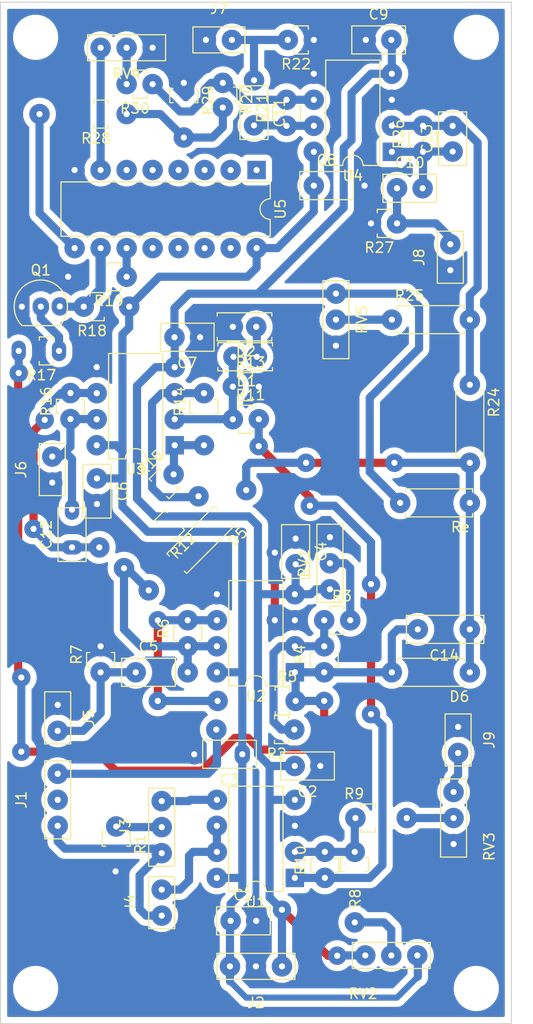
<source format=kicad_pcb>
(kicad_pcb (version 20171130) (host pcbnew "(5.1.7-0-10_14)")
  (layers (0 F.Cu signal hide) (31 B.Cu signal) (34 B.Paste user) (35 F.Paste user) (36 B.SilkS user) (37 F.SilkS user) (38 B.Mask user) (39 F.Mask user) (44 Edge.Cuts user))
  (net 0 "")
  (net 1 GND)
  (net 2 +12V)
  (net 3 -12V)
  (net 4 RAW_SAW)
  (net 5 +5V)
  (net 6 -5V)
  (net 7 COARSE)
  (net 8 "Net-(J3-Pad2)")
  (net 9 "Net-(J4-Pad1)")
  (net 10 SAW_DBL_INV)
  (net 11 OUT_SAW)
  (net 12 "Net-(R2-Pad1)")
  (net 13 "Net-(R3-Pad2)")
  (net 14 SAW_INV)
  (net 15 "Net-(R5-Pad1)")
  (net 16 "Net-(D1-Pad2)")
  (net 17 "Net-(D1-Pad1)")
  (net 18 "Net-(R8-Pad2)")
  (net 19 "Net-(R10-Pad2)")
  (net 20 "Net-(R9-Pad2)")
  (net 21 "Net-(R12-Pad1)")
  (net 22 "Net-(R14-Pad1)")
  (net 23 PWM)
  (net 24 OUT_SQR)
  (net 25 "Net-(Q1-Pad2)")
  (net 26 "Net-(Q1-Pad3)")
  (net 27 "Net-(R19-Pad1)")
  (net 28 "Net-(R20-Pad1)")
  (net 29 OUT_SUB)
  (net 30 "Net-(U5-Pad15)")
  (net 31 "Net-(U5-Pad14)")
  (net 32 "Net-(U5-Pad6)")
  (net 33 "Net-(U5-Pad13)")
  (net 34 "Net-(U5-Pad5)")
  (net 35 "Net-(U5-Pad12)")
  (net 36 "Net-(U5-Pad4)")
  (net 37 "Net-(U5-Pad3)")
  (net 38 "Net-(U5-Pad2)")
  (net 39 "Net-(U5-Pad1)")
  (net 40 "Net-(C10-Pad2)")
  (net 41 OUT_TRI)
  (net 42 "Net-(R25-Pad1)")
  (net 43 "Net-(C11-Pad2)")
  (net 44 "Net-(R20-Pad2)")
  (net 45 "Net-(R28-Pad2)")
  (net 46 "Net-(R30-Pad2)")
  (net 47 "Net-(RV4-Pad1)")
  (net 48 LFO)
  (net 49 "Net-(C12-Pad1)")
  (net 50 "Net-(C13-Pad2)")
  (net 51 "Net-(C14-Pad1)")
  (module Zimo_Manual_PCB:R_Axial_DIN0207_L6.3mm_D2.5mm_P7.62mm_Horizontal (layer F.Cu) (at 163.1188 98.9076 180)
    (fp_text reference Re (at 1.7272 -2.3622) (layer F.SilkS))
    (fp_text value 10k)
    (pad 1 thru_hole circle (at 0.8128 0 180) (size 2 2) (drill 0.6) (layers *.Cu *.Mask) (net 51 "Net-(C14-Pad1)"))
    (pad 2 thru_hole oval (at 7.62 0 180) (size 2 2) (drill 0.6) (layers *.Cu *.Mask) (net 3 -12V))
  )
  (module Zimo_Manual_PCB:R_Axial_DIN0207_L6.3mm_D2.5mm_P7.62mm_Horizontal (layer F.Cu) (at 154.686 81.026)
    (fp_text reference R25 (at 1.7272 -2.3622) (layer F.SilkS))
    (fp_text value 100k)
    (pad 1 thru_hole circle (at 0 0) (size 2 2) (drill 0.6) (layers *.Cu *.Mask) (net 42 "Net-(R25-Pad1)"))
    (pad 2 thru_hole oval (at 7.62 0) (size 2 2) (drill 0.6) (layers *.Cu *.Mask) (net 50 "Net-(C13-Pad2)"))
  )
  (module Zimo_Manual_PCB:R_Axial_DIN0207_L6.3mm_D2.5mm_P7.62mm_Horizontal (layer F.Cu) (at 162.306 87.376 270)
    (fp_text reference R24 (at 1.7272 -2.3622 90) (layer F.SilkS))
    (fp_text value 100k)
    (pad 1 thru_hole circle (at 0 0 270) (size 2 2) (drill 0.6) (layers *.Cu *.Mask) (net 50 "Net-(C13-Pad2)"))
    (pad 2 thru_hole oval (at 7.62 0 270) (size 2 2) (drill 0.6) (layers *.Cu *.Mask) (net 51 "Net-(C14-Pad1)"))
  )
  (module Zimo_Manual_PCB:D_Axial (layer F.Cu) (at 138.684 99.822 225)
    (fp_text reference D5 (at 1.016 -2.37 45) (layer F.SilkS))
    (fp_text value 1N4148)
    (pad 1 thru_hole circle (at -2.783879 0.269408 225) (size 2 2) (drill 0.6) (layers *.Cu *.Mask) (net 51 "Net-(C14-Pad1)"))
    (pad 2 thru_hole oval (at 10.86611 0.089803 225) (size 2 2) (drill 0.6) (layers *.Cu *.Mask) (net 10 SAW_DBL_INV))
  )
  (module Zimo_Manual_PCB:D_Axial (layer F.Cu) (at 162.306 115.443 180)
    (fp_text reference D6 (at 1.016 -2.37) (layer F.SilkS))
    (fp_text value 1N4148)
    (pad 1 thru_hole circle (at 0 0 180) (size 2 2) (drill 0.6) (layers *.Cu *.Mask) (net 51 "Net-(C14-Pad1)"))
    (pad 2 thru_hole oval (at 7.62 0 180) (size 2 2) (drill 0.6) (layers *.Cu *.Mask) (net 14 SAW_INV))
  )
  (module MountingHole:MountingHole_3.2mm_M3 (layer F.Cu) (at 162.941 146.304)
    (fp_text reference REF** hide)
    (fp_text value MountingHole_3.2mm_M3 hide)
    (pad 1 np_thru_hole circle (at 0 0) (size 3.2 3.2) (drill 3.2) (layers *.Cu *.Mask))
  )
  (module MountingHole:MountingHole_3.2mm_M3 (layer F.Cu) (at 119.888 146.304)
    (fp_text reference REF** hide)
    (fp_text value MountingHole_3.2mm_M3 hide)
    (pad 1 np_thru_hole circle (at 0 0) (size 3.2 3.2) (drill 3.2) (layers *.Cu *.Mask))
  )
  (module MountingHole:MountingHole_3.2mm_M3 (layer F.Cu) (at 119.888 53.467)
    (fp_text reference REF** hide)
    (fp_text value MountingHole_3.2mm_M3 hide)
    (pad 1 np_thru_hole circle (at 0 0) (size 3.2 3.2) (drill 3.2) (layers *.Cu *.Mask))
  )
  (module MountingHole:MountingHole_3.2mm_M3 (layer F.Cu) (at 162.941 53.467)
    (fp_text reference REF** hide)
    (fp_text value MountingHole_3.2mm_M3 hide)
    (pad 1 np_thru_hole circle (at 0 0) (size 3.2 3.2) (drill 3.2) (layers *.Cu *.Mask))
  )
  (module Zimo_Manual_PCB:C_Disc_D5.0mm_W2.5mm_P2.50mm (layer F.Cu) (at 138.938 139.7)
    (fp_text reference C1 (at 1.25 -2.5) (layer F.SilkS))
    (fp_text value 100n)
    (pad 1 thru_hole circle (at 0 0) (size 2 2) (drill 0.6) (layers *.Cu *.Mask) (net 2 +12V))
    (pad 2 thru_hole circle (at 2.5 0) (size 2 2) (drill 0.6) (layers *.Cu *.Mask) (net 1 GND))
  )
  (module Zimo_Manual_PCB:C_Disc_D5.0mm_W2.5mm_P2.50mm (layer F.Cu) (at 147.701 124.587 180)
    (fp_text reference C2 (at 1.25 -2.5) (layer F.SilkS))
    (fp_text value 100n)
    (pad 2 thru_hole circle (at 2.5 0 180) (size 2 2) (drill 0.6) (layers *.Cu *.Mask) (net 3 -12V))
    (pad 1 thru_hole circle (at 0 0 180) (size 2 2) (drill 0.6) (layers *.Cu *.Mask) (net 1 GND))
  )
  (module Zimo_Manual_PCB:C_Disc_D5.0mm_W2.5mm_P2.50mm (layer F.Cu) (at 140.081 123.444 180)
    (fp_text reference C3 (at 1.25 -2.5) (layer F.SilkS))
    (fp_text value 100n)
    (pad 2 thru_hole circle (at 4.699 0 180) (size 2 2) (drill 0.6) (layers *.Cu *.Mask) (net 1 GND))
    (pad 1 thru_hole oval (at 0 0 180) (size 1.5 2) (drill 0.6) (layers *.Cu *.Mask) (net 2 +12V))
  )
  (module Zimo_Manual_PCB:C_Disc_D5.0mm_W2.5mm_P2.50mm (layer F.Cu) (at 145.288 102.402 270)
    (fp_text reference C4 (at 1.25 -2.5 90) (layer F.SilkS))
    (fp_text value 100n)
    (pad 1 thru_hole circle (at 0 0 270) (size 2 2) (drill 0.6) (layers *.Cu *.Mask) (net 1 GND))
    (pad 2 thru_hole circle (at 2.5 0 270) (size 2 2) (drill 0.6) (layers *.Cu *.Mask) (net 3 -12V))
  )
  (module Zimo_Manual_PCB:C_Disc_D5.0mm_W2.5mm_P2.50mm (layer F.Cu) (at 129.667 115.443)
    (fp_text reference C5 (at 1.25 -2.5) (layer F.SilkS))
    (fp_text value 470n)
    (pad 2 thru_hole circle (at 5.08 0) (size 2 2) (drill 0.6) (layers *.Cu *.Mask) (net 10 SAW_DBL_INV))
    (pad 1 thru_hole circle (at 0 0) (size 2 2) (drill 0.6) (layers *.Cu *.Mask) (net 11 OUT_SAW))
  )
  (module Zimo_Manual_PCB:NSL25_01x03_Vertical (layer F.Cu) (at 122.047 125.349 270)
    (fp_text reference J1 (at 2.54 3.556 90) (layer F.SilkS))
    (fp_text value "In + 5VPower")
    (pad 1 thru_hole circle (at 0 0 270) (size 2 2) (drill 0.6) (layers *.Cu *.Mask) (net 4 RAW_SAW))
    (pad 2 thru_hole circle (at 2.54 0 270) (size 2 2) (drill 0.6) (layers *.Cu *.Mask) (net 5 +5V))
    (pad 3 thru_hole circle (at 5.08 0 270) (size 2 2) (drill 0.6) (layers *.Cu *.Mask) (net 6 -5V))
  )
  (module Zimo_Manual_PCB:NSL25_01x03_Vertical (layer F.Cu) (at 138.8745 144.145)
    (fp_text reference J2 (at 2.54 3.556) (layer F.SilkS))
    (fp_text value Power)
    (pad 3 thru_hole circle (at 5.08 0) (size 2 2) (drill 0.6) (layers *.Cu *.Mask) (net 3 -12V))
    (pad 2 thru_hole circle (at 2.54 0) (size 2 2) (drill 0.6) (layers *.Cu *.Mask) (net 1 GND))
    (pad 1 thru_hole circle (at 0 0) (size 2 2) (drill 0.6) (layers *.Cu *.Mask) (net 2 +12V))
  )
  (module Zimo_Manual_PCB:NSL25_01x03_Vertical (layer F.Cu) (at 132.207 128.016 270)
    (fp_text reference J3 (at 2.54 3.556 90) (layer F.SilkS))
    (fp_text value "Course Switch IO")
    (pad 1 thru_hole circle (at 0 0 270) (size 2 2) (drill 0.6) (layers *.Cu *.Mask) (net 7 COARSE))
    (pad 2 thru_hole circle (at 2.54 0 270) (size 2 2) (drill 0.6) (layers *.Cu *.Mask) (net 8 "Net-(J3-Pad2)"))
    (pad 3 thru_hole circle (at 5.08 0 270) (size 2 2) (drill 0.6) (layers *.Cu *.Mask) (net 6 -5V))
  )
  (module Zimo_Manual_PCB:NSL25_01x02_Vertical (layer F.Cu) (at 132.207 136.652 270)
    (fp_text reference J4 (at 1.27 3.048 90) (layer F.SilkS))
    (fp_text value "Coarse VCO IO")
    (pad 1 thru_hole circle (at 0 0 270) (size 2 2) (drill 0.6) (layers *.Cu *.Mask) (net 9 "Net-(J4-Pad1)"))
    (pad 2 thru_hole circle (at 2.54 0 270) (size 2 2) (drill 0.6) (layers *.Cu *.Mask) (net 6 -5V))
  )
  (module Zimo_Manual_PCB:NSL25_01x02_Vertical (layer F.Cu) (at 122.047 121.158 90)
    (fp_text reference J5 (at 1.27 3.048 90) (layer F.SilkS))
    (fp_text value "Saw Out")
    (pad 2 thru_hole circle (at 2.54 0 90) (size 2 2) (drill 0.6) (layers *.Cu *.Mask) (net 1 GND))
    (pad 1 thru_hole circle (at 0 0 90) (size 2 2) (drill 0.6) (layers *.Cu *.Mask) (net 11 OUT_SAW))
  )
  (module Zimo_Manual_PCB:R_Axial_Vertical (layer F.Cu) (at 127.762 130.4925 270)
    (fp_text reference R1 (at 1.7272 -2.3622 90) (layer F.SilkS))
    (fp_text value "1.5k (0.1%)")
    (pad 2 thru_hole oval (at 4.3815 0.0635 270) (size 2 2) (drill 0.6) (layers *.Cu *.Mask) (net 1 GND))
    (pad 1 thru_hole circle (at 0 0 270) (size 2 2) (drill 0.6) (layers *.Cu *.Mask) (net 8 "Net-(J3-Pad2)"))
  )
  (module Zimo_Manual_PCB:R_Axial_Vertical (layer F.Cu) (at 145.161 121.031 180)
    (fp_text reference R2 (at 1.7272 -2.3622) (layer F.SilkS))
    (fp_text value 10k)
    (pad 2 thru_hole oval (at 7.62 0 180) (size 2 2) (drill 0.6) (layers *.Cu *.Mask) (net 4 RAW_SAW))
    (pad 1 thru_hole circle (at 0 0 180) (size 2 2) (drill 0.6) (layers *.Cu *.Mask) (net 12 "Net-(R2-Pad1)"))
  )
  (module Zimo_Manual_PCB:R_Axial_Vertical (layer F.Cu) (at 148.082 110.363)
    (fp_text reference R3 (at 1.7272 -2.3622) (layer F.SilkS))
    (fp_text value 2.2k)
    (pad 1 thru_hole circle (at 0 0) (size 2 2) (drill 0.6) (layers *.Cu *.Mask) (net 12 "Net-(R2-Pad1)"))
    (pad 2 thru_hole oval (at 2.54 0) (size 2 2) (drill 0.6) (layers *.Cu *.Mask) (net 13 "Net-(R3-Pad2)"))
  )
  (module Zimo_Manual_PCB:R_Axial_Vertical (layer F.Cu) (at 148.082 115.443 90)
    (fp_text reference R4 (at 1.7272 -2.3622 90) (layer F.SilkS))
    (fp_text value 15k)
    (pad 2 thru_hole oval (at 2.54 0 90) (size 2 2) (drill 0.6) (layers *.Cu *.Mask) (net 12 "Net-(R2-Pad1)"))
    (pad 1 thru_hole circle (at 0 0 90) (size 2 2) (drill 0.6) (layers *.Cu *.Mask) (net 14 SAW_INV))
  )
  (module Zimo_Manual_PCB:R_Axial_Vertical (layer F.Cu) (at 142.748 118.237)
    (fp_text reference R5 (at 1.7272 -2.3622) (layer F.SilkS))
    (fp_text value 100k)
    (pad 1 thru_hole circle (at -5.08 0) (size 2 2) (drill 0.6) (layers *.Cu *.Mask) (net 15 "Net-(R5-Pad1)"))
    (pad 2 thru_hole oval (at 2.54 0) (size 2 2) (drill 0.6) (layers *.Cu *.Mask) (net 14 SAW_INV))
  )
  (module Zimo_Manual_PCB:R_Axial_Vertical (layer F.Cu) (at 134.747 112.903 90)
    (fp_text reference R6 (at 1.7272 -2.3622 90) (layer F.SilkS))
    (fp_text value 100k)
    (pad 2 thru_hole oval (at 2.54 0 90) (size 2 2) (drill 0.6) (layers *.Cu *.Mask) (net 15 "Net-(R5-Pad1)"))
    (pad 1 thru_hole circle (at 0 0 90) (size 2 2) (drill 0.6) (layers *.Cu *.Mask) (net 10 SAW_DBL_INV))
  )
  (module Zimo_Manual_PCB:R_Axial_Vertical (layer F.Cu) (at 126.238 115.443 90)
    (fp_text reference R7 (at 1.7272 -2.3622 90) (layer F.SilkS))
    (fp_text value 1M)
    (pad 1 thru_hole circle (at 0 0 90) (size 2 2) (drill 0.6) (layers *.Cu *.Mask) (net 11 OUT_SAW))
    (pad 2 thru_hole oval (at 2.54 0 90) (size 2 2) (drill 0.6) (layers *.Cu *.Mask) (net 1 GND))
  )
  (module Zimo_Manual_PCB:PinOut_01x03 (layer F.Cu) (at 148.6408 102.2604 270)
    (fp_text reference RV1 (at 2.54 2.54 90) (layer F.SilkS))
    (fp_text value 10k)
    (pad 1 thru_hole circle (at 0 0 270) (size 2 2) (drill 0.6) (layers *.Cu *.Mask) (net 1 GND))
    (pad 2 thru_hole circle (at 2.54 0 270) (size 2 2) (drill 0.6) (layers *.Cu *.Mask) (net 13 "Net-(R3-Pad2)"))
    (pad 3 thru_hole circle (at 5.08 0 270) (size 2 2) (drill 0.6) (layers *.Cu *.Mask) (net 3 -12V))
  )
  (module Zimo_Manual_PCB:DIP-8_W7.62mm (layer F.Cu) (at 145.2145 135.509 180)
    (fp_text reference U1 (at 3.81 -2.33) (layer F.SilkS))
    (fp_text value TL072)
    (pad 1 thru_hole rect (at 0 0 180) (size 1.8 1.8) (drill 0.6) (layers *.Cu *.Mask) (net 23 PWM))
    (pad 5 thru_hole oval (at 7.62 7.62 180) (size 2 2) (drill 0.6) (layers *.Cu *.Mask) (net 7 COARSE))
    (pad 2 thru_hole oval (at 0 2.54 180) (size 2 2) (drill 0.6) (layers *.Cu *.Mask) (net 19 "Net-(R10-Pad2)"))
    (pad 6 thru_hole oval (at 7.62 5.08 180) (size 2 2) (drill 0.6) (layers *.Cu *.Mask) (net 9 "Net-(J4-Pad1)"))
    (pad 3 thru_hole oval (at 0 5.08 180) (size 2 2) (drill 0.6) (layers *.Cu *.Mask) (net 1 GND))
    (pad 7 thru_hole oval (at 7.62 2.54 180) (size 2 2) (drill 0.6) (layers *.Cu *.Mask) (net 9 "Net-(J4-Pad1)"))
    (pad 4 thru_hole oval (at 0 7.62 180) (size 2 2) (drill 0.6) (layers *.Cu *.Mask) (net 3 -12V))
    (pad 8 thru_hole oval (at 7.62 0 180) (size 2 2) (drill 0.6) (layers *.Cu *.Mask) (net 2 +12V))
  )
  (module Zimo_Manual_PCB:DIP-8_W7.62mm (layer F.Cu) (at 145.2145 115.443 180)
    (fp_text reference U2 (at 3.81 -2.33) (layer F.SilkS))
    (fp_text value TL072)
    (pad 8 thru_hole oval (at 7.62 0 180) (size 2 2) (drill 0.6) (layers *.Cu *.Mask) (net 2 +12V))
    (pad 4 thru_hole oval (at 0 7.62 180) (size 2 2) (drill 0.6) (layers *.Cu *.Mask) (net 3 -12V))
    (pad 7 thru_hole oval (at 7.62 2.54 180) (size 2 2) (drill 0.6) (layers *.Cu *.Mask) (net 10 SAW_DBL_INV))
    (pad 3 thru_hole oval (at 0 5.08 180) (size 2 2) (drill 0.6) (layers *.Cu *.Mask) (net 1 GND))
    (pad 6 thru_hole oval (at 7.62 5.08 180) (size 2 2) (drill 0.6) (layers *.Cu *.Mask) (net 15 "Net-(R5-Pad1)"))
    (pad 2 thru_hole oval (at 0 2.54 180) (size 2 2) (drill 0.6) (layers *.Cu *.Mask) (net 12 "Net-(R2-Pad1)"))
    (pad 5 thru_hole oval (at 7.62 7.62 180) (size 2 2) (drill 0.6) (layers *.Cu *.Mask) (net 1 GND))
    (pad 1 thru_hole rect (at 0 0 180) (size 1.8 1.8) (drill 0.6) (layers *.Cu *.Mask) (net 14 SAW_INV))
  )
  (module Zimo_Manual_PCB:C_Disc_D5.0mm_W2.5mm_P2.50mm (layer F.Cu) (at 125.8805 96.52 270)
    (fp_text reference C6 (at 1.25 -2.5 270) (layer F.SilkS))
    (fp_text value 100n)
    (pad 2 thru_hole circle (at 2.5 0 270) (size 2 2) (drill 0.6) (layers *.Cu *.Mask) (net 1 GND))
    (pad 1 thru_hole circle (at 0 0 270) (size 2 2) (drill 0.6) (layers *.Cu *.Mask) (net 2 +12V))
  )
  (module Zimo_Manual_PCB:C_Disc_D5.0mm_W2.5mm_P2.50mm (layer F.Cu) (at 135.9535 82.7405 180)
    (fp_text reference C7 (at 1.25 -2.5) (layer F.SilkS))
    (fp_text value 100n)
    (pad 1 thru_hole circle (at 0 0 180) (size 2 2) (drill 0.6) (layers *.Cu *.Mask) (net 1 GND))
    (pad 2 thru_hole circle (at 2.5 0 180) (size 2 2) (drill 0.6) (layers *.Cu *.Mask) (net 3 -12V))
  )
  (module Zimo_Manual_PCB:D_Axial-Vertical (layer F.Cu) (at 141.5034 84.6455 180)
    (fp_text reference D1 (at 1.016 -2.37) (layer F.SilkS))
    (fp_text value 4.7V)
    (pad 2 thru_hole oval (at 2.286 0 180) (size 2 2) (drill 0.6) (layers *.Cu *.Mask) (net 16 "Net-(D1-Pad2)"))
    (pad 1 thru_hole circle (at 0 0 180) (size 2 2) (drill 0.6) (layers *.Cu *.Mask) (net 17 "Net-(D1-Pad1)"))
  )
  (module Zimo_Manual_PCB:D_Axial-Vertical (layer F.Cu) (at 141.4399 81.7245 180)
    (fp_text reference D2 (at 1.016 -2.37) (layer F.SilkS))
    (fp_text value 5.1V)
    (pad 1 thru_hole circle (at 0 0 180) (size 2 2) (drill 0.6) (layers *.Cu *.Mask) (net 17 "Net-(D1-Pad1)"))
    (pad 2 thru_hole oval (at 2.286 0 180) (size 2 2) (drill 0.6) (layers *.Cu *.Mask) (net 1 GND))
  )
  (module Zimo_Manual_PCB:R_Axial_Vertical (layer F.Cu) (at 139.1539 90.7415)
    (fp_text reference R11 (at 1.7272 -2.3622) (layer F.SilkS))
    (fp_text value 47k)
    (pad 1 thru_hole circle (at 0 0) (size 2 2) (drill 0.6) (layers *.Cu *.Mask) (net 16 "Net-(D1-Pad2)"))
    (pad 2 thru_hole oval (at 2.54 0) (size 2 2) (drill 0.6) (layers *.Cu *.Mask) (net 23 PWM))
  )
  (module Zimo_Manual_PCB:R_Axial_Vertical (layer F.Cu) (at 133.858 100.203 225)
    (fp_text reference R12 (at 1.7272 -2.3622 45) (layer F.SilkS))
    (fp_text value 2.2k)
    (pad 1 thru_hole circle (at -2.7432 0 225) (size 2 2) (drill 0.6) (layers *.Cu *.Mask) (net 21 "Net-(R12-Pad1)"))
    (pad 2 thru_hole oval (at 7.36381 0.179605 225) (size 2 2) (drill 0.6) (layers *.Cu *.Mask) (net 10 SAW_DBL_INV))
  )
  (module Zimo_Manual_PCB:R_Axial_Vertical (layer F.Cu) (at 139.1539 87.5665)
    (fp_text reference R13 (at 1.7272 -2.3622) (layer F.SilkS))
    (fp_text value 220k)
    (pad 2 thru_hole oval (at 2.54 0) (size 2 2) (drill 0.6) (layers *.Cu *.Mask) (net 1 GND))
    (pad 1 thru_hole circle (at 0 0) (size 2 2) (drill 0.6) (layers *.Cu *.Mask) (net 16 "Net-(D1-Pad2)"))
  )
  (module Zimo_Manual_PCB:R_Axial_Vertical (layer F.Cu) (at 136.3345 90.7415 90)
    (fp_text reference R14 (at 1.7272 -2.3622 90) (layer F.SilkS))
    (fp_text value 2.2M)
    (pad 2 thru_hole oval (at 2.54 0 90) (size 2 2) (drill 0.6) (layers *.Cu *.Mask) (net 21 "Net-(R12-Pad1)"))
    (pad 1 thru_hole circle (at -2.54 0 90) (size 2 2) (drill 0.6) (layers *.Cu *.Mask) (net 22 "Net-(R14-Pad1)"))
  )
  (module Zimo_Manual_PCB:R_Axial_Vertical (layer F.Cu) (at 131.572 97.917 45)
    (fp_text reference R15 (at 1.7272 -2.3622 45) (layer F.SilkS))
    (fp_text value 240k)
    (pad 1 thru_hole circle (at -7.633218 -0.089803 45) (size 2 2) (drill 0.6) (layers *.Cu *.Mask) (net 49 "Net-(C12-Pad1)"))
    (pad 2 thru_hole oval (at 2.54 0 45) (size 2 2) (drill 0.6) (layers *.Cu *.Mask) (net 22 "Net-(R14-Pad1)"))
  )
  (module Zimo_Manual_PCB:R_Axial_Vertical (layer F.Cu) (at 123.2916 90.7288 90)
    (fp_text reference R16 (at 1.7272 -2.3622 90) (layer F.SilkS))
    (fp_text value 100k)
    (pad 2 thru_hole oval (at 2.54 0 90) (size 2 2) (drill 0.6) (layers *.Cu *.Mask) (net 49 "Net-(C12-Pad1)"))
    (pad 1 thru_hole circle (at 0 0 90) (size 2 2) (drill 0.6) (layers *.Cu *.Mask) (net 24 OUT_SQR))
  )
  (module Zimo_Manual_PCB:R_Axial_Vertical (layer F.Cu) (at 151.0665 132.969 270)
    (fp_text reference R8 (at 4.572 -0.0635 90) (layer F.SilkS))
    (fp_text value 150k)
    (pad 2 thru_hole oval (at 6.8834 0 270) (size 2 2) (drill 0.6) (layers *.Cu *.Mask) (net 18 "Net-(R8-Pad2)"))
    (pad 1 thru_hole circle (at 0 0 270) (size 2 2) (drill 0.6) (layers *.Cu *.Mask) (net 19 "Net-(R10-Pad2)"))
  )
  (module Zimo_Manual_PCB:R_Axial_Vertical (layer F.Cu) (at 151.13 129.667)
    (fp_text reference R9 (at -0.127 -2.3622) (layer F.SilkS))
    (fp_text value 47k)
    (pad 1 thru_hole circle (at 0 0) (size 2 2) (drill 0.6) (layers *.Cu *.Mask) (net 19 "Net-(R10-Pad2)"))
    (pad 2 thru_hole oval (at 5.0165 0) (size 2 2) (drill 0.6) (layers *.Cu *.Mask) (net 20 "Net-(R9-Pad2)"))
  )
  (module Zimo_Manual_PCB:R_Axial_Vertical (layer F.Cu) (at 148.1455 135.509 90)
    (fp_text reference R10 (at 1.7272 -2.3622 90) (layer F.SilkS))
    (fp_text value 100k)
    (pad 2 thru_hole oval (at 2.54 0 90) (size 2 2) (drill 0.6) (layers *.Cu *.Mask) (net 19 "Net-(R10-Pad2)"))
    (pad 1 thru_hole circle (at 0 0 90) (size 2 2) (drill 0.6) (layers *.Cu *.Mask) (net 23 PWM))
  )
  (module Zimo_Manual_PCB:NSL25_01x03_Vertical (layer F.Cu) (at 157.1752 143.0782 180)
    (fp_text reference RV2 (at 5.2832 -3.7338) (layer F.SilkS))
    (fp_text value 100k)
    (pad 3 thru_hole circle (at 5.08 0 180) (size 2 2) (drill 0.6) (layers *.Cu *.Mask) (net 3 -12V))
    (pad 2 thru_hole circle (at 2.54 0 180) (size 2 2) (drill 0.6) (layers *.Cu *.Mask) (net 18 "Net-(R8-Pad2)"))
    (pad 1 thru_hole circle (at 0 0 180) (size 2 2) (drill 0.6) (layers *.Cu *.Mask) (net 2 +12V))
  )
  (module Zimo_Manual_PCB:NSL25_01x03_Vertical (layer F.Cu) (at 160.7185 127.127 270)
    (fp_text reference RV3 (at 5.334 -3.4925 90) (layer F.SilkS))
    (fp_text value 100k)
    (pad 1 thru_hole circle (at 0 0 270) (size 2 2) (drill 0.6) (layers *.Cu *.Mask) (net 48 LFO))
    (pad 2 thru_hole circle (at 2.54 0 270) (size 2 2) (drill 0.6) (layers *.Cu *.Mask) (net 20 "Net-(R9-Pad2)"))
    (pad 3 thru_hole circle (at 5.08 0 270) (size 2 2) (drill 0.6) (layers *.Cu *.Mask) (net 1 GND))
  )
  (module Zimo_Manual_PCB:DIP-8_W7.62mm (layer F.Cu) (at 133.477 93.2815 180)
    (fp_text reference U3 (at 3.81 -2.33) (layer F.SilkS))
    (fp_text value TL072)
    (pad 8 thru_hole oval (at 7.62 0 180) (size 2 2) (drill 0.6) (layers *.Cu *.Mask) (net 2 +12V))
    (pad 4 thru_hole oval (at 0 7.62 180) (size 2 2) (drill 0.6) (layers *.Cu *.Mask) (net 3 -12V))
    (pad 7 thru_hole oval (at 7.62 2.54 180) (size 2 2) (drill 0.6) (layers *.Cu *.Mask) (net 24 OUT_SQR))
    (pad 3 thru_hole oval (at 0 5.08 180) (size 2 2) (drill 0.6) (layers *.Cu *.Mask) (net 21 "Net-(R12-Pad1)"))
    (pad 6 thru_hole oval (at 7.62 5.08 180) (size 2 2) (drill 0.6) (layers *.Cu *.Mask) (net 49 "Net-(C12-Pad1)"))
    (pad 2 thru_hole oval (at 0 2.54 180) (size 2 2) (drill 0.6) (layers *.Cu *.Mask) (net 16 "Net-(D1-Pad2)"))
    (pad 5 thru_hole oval (at 7.62 7.62 180) (size 2 2) (drill 0.6) (layers *.Cu *.Mask) (net 1 GND))
    (pad 1 thru_hole rect (at 0 0 180) (size 1.8 1.8) (drill 0.6) (layers *.Cu *.Mask) (net 22 "Net-(R14-Pad1)"))
  )
  (module Zimo_Manual_PCB:NSL25_01x02_Vertical (layer F.Cu) (at 121.5136 94.3864 270)
    (fp_text reference J6 (at 1.27 3.048 90) (layer F.SilkS))
    (fp_text value "Sqr Out")
    (pad 1 thru_hole circle (at 0 0 270) (size 2 2) (drill 0.6) (layers *.Cu *.Mask) (net 24 OUT_SQR))
    (pad 2 thru_hole circle (at 2.54 0 270) (size 2 2) (drill 0.6) (layers *.Cu *.Mask) (net 1 GND))
  )
  (module Zimo_Manual_PCB:C_Disc_D5.0mm_W2.5mm_P2.50mm (layer F.Cu) (at 147.066 67.945)
    (fp_text reference C8 (at 1.25 -2.5) (layer F.SilkS))
    (fp_text value 100n)
    (pad 2 thru_hole circle (at 4.953 0) (size 2 2) (drill 0.6) (layers *.Cu *.Mask) (net 1 GND))
    (pad 1 thru_hole circle (at 0 0) (size 2 2) (drill 0.6) (layers *.Cu *.Mask) (net 2 +12V))
  )
  (module Zimo_Manual_PCB:C_Disc_D5.0mm_W2.5mm_P2.50mm (layer F.Cu) (at 152.146 53.721)
    (fp_text reference C9 (at 1.25 -2.5) (layer F.SilkS))
    (fp_text value 100n)
    (pad 1 thru_hole circle (at 0 0) (size 2 2) (drill 0.6) (layers *.Cu *.Mask) (net 1 GND))
    (pad 2 thru_hole circle (at 2.5 0) (size 2 2) (drill 0.6) (layers *.Cu *.Mask) (net 3 -12V))
  )
  (module Zimo_Manual_PCB:R_Axial_Vertical (layer F.Cu) (at 122.174 84.074 180)
    (fp_text reference R17 (at 1.7272 -2.3622) (layer F.SilkS))
    (fp_text value 220k)
    (pad 2 thru_hole oval (at 3.937 0 180) (size 1.4 2) (drill 0.6) (layers *.Cu *.Mask) (net 14 SAW_INV))
    (pad 1 thru_hole oval (at 0 0 180) (size 1.4 2) (drill 0.6) (layers *.Cu *.Mask) (net 25 "Net-(Q1-Pad2)"))
  )
  (module Zimo_Manual_PCB:R_Axial_Vertical (layer F.Cu) (at 127.127 79.756 180)
    (fp_text reference R18 (at 1.7272 -2.3622) (layer F.SilkS))
    (fp_text value 47k)
    (pad 1 thru_hole circle (at -1.905 0 180) (size 2 2) (drill 0.6) (layers *.Cu *.Mask) (net 2 +12V))
    (pad 2 thru_hole oval (at 2.54 0 180) (size 2 2) (drill 0.6) (layers *.Cu *.Mask) (net 26 "Net-(Q1-Pad3)"))
  )
  (module Zimo_Manual_PCB:R_Axial_Vertical (layer F.Cu) (at 128.778 76.835 180)
    (fp_text reference R19 (at 1.7272 -2.3622) (layer F.SilkS))
    (fp_text value 47k)
    (pad 1 thru_hole circle (at 0 0 180) (size 2 2) (drill 0.6) (layers *.Cu *.Mask) (net 27 "Net-(R19-Pad1)"))
    (pad 2 thru_hole oval (at 5.715 0 180) (size 2 2) (drill 0.6) (layers *.Cu *.Mask) (net 1 GND))
  )
  (module Zimo_Manual_PCB:R_Axial_Vertical (layer F.Cu) (at 138.176 57.785 270)
    (fp_text reference R20 (at 1.7272 -2.3622 90) (layer F.SilkS))
    (fp_text value 100k)
    (pad 1 thru_hole circle (at 0.127 0 270) (size 2 2) (drill 0.6) (layers *.Cu *.Mask) (net 28 "Net-(R20-Pad1)"))
    (pad 2 thru_hole oval (at 2.54 0 270) (size 2 2) (drill 0.6) (layers *.Cu *.Mask) (net 44 "Net-(R20-Pad2)"))
  )
  (module Zimo_Manual_PCB:R_Axial_Vertical (layer F.Cu) (at 144.399 62.103 90)
    (fp_text reference R21 (at 1.7272 -2.3622 90) (layer F.SilkS))
    (fp_text value 100k)
    (pad 2 thru_hole oval (at 2.54 0 90) (size 2 2) (drill 0.6) (layers *.Cu *.Mask) (net 28 "Net-(R20-Pad1)"))
    (pad 1 thru_hole circle (at 0 0 90) (size 2 2) (drill 0.6) (layers *.Cu *.Mask) (net 43 "Net-(C11-Pad2)"))
  )
  (module Zimo_Manual_PCB:R_Axial_Vertical (layer F.Cu) (at 147.066 53.721 180)
    (fp_text reference R22 (at 1.7272 -2.3622) (layer F.SilkS))
    (fp_text value 1M)
    (pad 2 thru_hole oval (at 2.54 0 180) (size 2 2) (drill 0.6) (layers *.Cu *.Mask) (net 29 OUT_SUB))
    (pad 1 thru_hole circle (at 0 0 180) (size 2 2) (drill 0.6) (layers *.Cu *.Mask) (net 1 GND))
  )
  (module Zimo_Manual_PCB:DIP-8_W7.62mm (layer F.Cu) (at 154.686 64.643 180)
    (fp_text reference U4 (at 3.81 -2.33) (layer F.SilkS))
    (fp_text value TL072)
    (pad 8 thru_hole oval (at 7.62 0 180) (size 2 2) (drill 0.6) (layers *.Cu *.Mask) (net 2 +12V))
    (pad 4 thru_hole oval (at 0 7.62 180) (size 2 2) (drill 0.6) (layers *.Cu *.Mask) (net 3 -12V))
    (pad 7 thru_hole oval (at 7.62 2.54 180) (size 2 2) (drill 0.6) (layers *.Cu *.Mask) (net 43 "Net-(C11-Pad2)"))
    (pad 3 thru_hole oval (at 0 5.08 180) (size 2 2) (drill 0.6) (layers *.Cu *.Mask) (net 1 GND))
    (pad 6 thru_hole oval (at 7.62 5.08 180) (size 2 2) (drill 0.6) (layers *.Cu *.Mask) (net 28 "Net-(R20-Pad1)"))
    (pad 2 thru_hole oval (at 0 2.54 180) (size 2 2) (drill 0.6) (layers *.Cu *.Mask) (net 50 "Net-(C13-Pad2)"))
    (pad 5 thru_hole oval (at 7.62 7.62 180) (size 2 2) (drill 0.6) (layers *.Cu *.Mask) (net 1 GND))
    (pad 1 thru_hole rect (at 0 0 180) (size 1.8 1.8) (drill 0.6) (layers *.Cu *.Mask) (net 40 "Net-(C10-Pad2)"))
  )
  (module Zimo_Manual_PCB:DIP-16_W7.62mm (layer F.Cu) (at 141.478 66.421 270)
    (fp_text reference U5 (at 3.81 -2.33 90) (layer F.SilkS))
    (fp_text value 4040)
    (pad 16 thru_hole oval (at 7.62 0 270) (size 2 2) (drill 0.6) (layers *.Cu *.Mask) (net 2 +12V))
    (pad 8 thru_hole oval (at 0 17.78 270) (size 2 2) (drill 0.6) (layers *.Cu *.Mask) (net 1 GND))
    (pad 15 thru_hole oval (at 7.62 2.54 270) (size 2 2) (drill 0.6) (layers *.Cu *.Mask) (net 30 "Net-(U5-Pad15)"))
    (pad 7 thru_hole oval (at 0 15.24 270) (size 2 2) (drill 0.6) (layers *.Cu *.Mask) (net 47 "Net-(RV4-Pad1)"))
    (pad 14 thru_hole oval (at 7.62 5.08 270) (size 2 2) (drill 0.6) (layers *.Cu *.Mask) (net 31 "Net-(U5-Pad14)"))
    (pad 6 thru_hole oval (at 0 12.7 270) (size 2 2) (drill 0.6) (layers *.Cu *.Mask) (net 32 "Net-(U5-Pad6)"))
    (pad 13 thru_hole oval (at 7.62 7.62 270) (size 2 2) (drill 0.6) (layers *.Cu *.Mask) (net 33 "Net-(U5-Pad13)"))
    (pad 5 thru_hole oval (at 0 10.16 270) (size 2 2) (drill 0.6) (layers *.Cu *.Mask) (net 34 "Net-(U5-Pad5)"))
    (pad 12 thru_hole oval (at 7.62 10.16 270) (size 2 2) (drill 0.6) (layers *.Cu *.Mask) (net 35 "Net-(U5-Pad12)"))
    (pad 4 thru_hole oval (at 0 7.62 270) (size 2 2) (drill 0.6) (layers *.Cu *.Mask) (net 36 "Net-(U5-Pad4)"))
    (pad 11 thru_hole oval (at 7.62 12.7 270) (size 2 2) (drill 0.6) (layers *.Cu *.Mask) (net 27 "Net-(R19-Pad1)"))
    (pad 3 thru_hole oval (at 0 5.08 270) (size 2 2) (drill 0.6) (layers *.Cu *.Mask) (net 37 "Net-(U5-Pad3)"))
    (pad 10 thru_hole oval (at 7.62 15.24 270) (size 2 2) (drill 0.6) (layers *.Cu *.Mask) (net 26 "Net-(Q1-Pad3)"))
    (pad 2 thru_hole oval (at 0 2.54 270) (size 2 2) (drill 0.6) (layers *.Cu *.Mask) (net 38 "Net-(U5-Pad2)"))
    (pad 9 thru_hole oval (at 7.62 17.78 270) (size 2 2) (drill 0.6) (layers *.Cu *.Mask) (net 45 "Net-(R28-Pad2)"))
    (pad 1 thru_hole rect (at 0 0 270) (size 1.8 1.8) (drill 0.6) (layers *.Cu *.Mask) (net 39 "Net-(U5-Pad1)"))
  )
  (module Zimo_Manual_PCB:NSL25_01x02_Vertical (layer F.Cu) (at 139.065 53.721 180)
    (fp_text reference J7 (at 1.27 3.048) (layer F.SilkS))
    (fp_text value "Sub Out")
    (pad 1 thru_hole circle (at 0 0 180) (size 2 2) (drill 0.6) (layers *.Cu *.Mask) (net 29 OUT_SUB))
    (pad 2 thru_hole circle (at 2.54 0 180) (size 2 2) (drill 0.6) (layers *.Cu *.Mask) (net 1 GND))
  )
  (module Zimo_Manual_PCB:PinOut_01x03 (layer F.Cu) (at 126.238 54.483)
    (fp_text reference RV4 (at 2.54 2.54) (layer F.SilkS))
    (fp_text value 100k)
    (pad 1 thru_hole circle (at 0 0) (size 2 2) (drill 0.6) (layers *.Cu *.Mask) (net 47 "Net-(RV4-Pad1)"))
    (pad 2 thru_hole circle (at 2.54 0) (size 2 2) (drill 0.6) (layers *.Cu *.Mask) (net 46 "Net-(R30-Pad2)"))
    (pad 3 thru_hole circle (at 5.08 0) (size 2 2) (drill 0.6) (layers *.Cu *.Mask) (net 1 GND))
  )
  (module Zimo_Manual_PCB:C_Disc_D5.0mm_W2.5mm_P2.50mm (layer F.Cu) (at 155.194 68.199)
    (fp_text reference C10 (at 1.25 -2.5) (layer F.SilkS))
    (fp_text value 470n)
    (pad 2 thru_hole circle (at 2.5 0) (size 2 2) (drill 0.6) (layers *.Cu *.Mask) (net 40 "Net-(C10-Pad2)"))
    (pad 1 thru_hole circle (at 0 0) (size 2 2) (drill 0.6) (layers *.Cu *.Mask) (net 41 OUT_TRI))
  )
  (module Zimo_Manual_PCB:NSL25_01x02_Vertical (layer F.Cu) (at 160.401 73.66 270)
    (fp_text reference J8 (at 1.27 3.048 90) (layer F.SilkS))
    (fp_text value "Tri Out")
    (pad 1 thru_hole circle (at 0 0 270) (size 2 2) (drill 0.6) (layers *.Cu *.Mask) (net 41 OUT_TRI))
    (pad 2 thru_hole circle (at 2.54 0 270) (size 2 2) (drill 0.6) (layers *.Cu *.Mask) (net 1 GND))
  )
  (module Zimo_Manual_PCB:R_Axial_Vertical (layer F.Cu) (at 157.734 64.643 90)
    (fp_text reference R26 (at 1.7272 -2.3622 90) (layer F.SilkS))
    (fp_text value 220k)
    (pad 1 thru_hole circle (at 0 0 90) (size 2 2) (drill 0.6) (layers *.Cu *.Mask) (net 40 "Net-(C10-Pad2)"))
    (pad 2 thru_hole oval (at 2.54 0 90) (size 2 2) (drill 0.6) (layers *.Cu *.Mask) (net 50 "Net-(C13-Pad2)"))
  )
  (module Zimo_Manual_PCB:R_Axial_Vertical (layer F.Cu) (at 155.194 71.628 180)
    (fp_text reference R27 (at 1.7272 -2.3622) (layer F.SilkS))
    (fp_text value 1M)
    (pad 2 thru_hole oval (at 2.54 0 180) (size 2 2) (drill 0.6) (layers *.Cu *.Mask) (net 1 GND))
    (pad 1 thru_hole circle (at 0 0 180) (size 2 2) (drill 0.6) (layers *.Cu *.Mask) (net 41 OUT_TRI))
  )
  (module Zimo_Manual_PCB:PinOut_01x03 (layer F.Cu) (at 149.225 83.566 90)
    (fp_text reference RV5 (at 2.54 2.54 90) (layer F.SilkS))
    (fp_text value 100k)
    (pad 1 thru_hole circle (at 0 0 90) (size 2 2) (drill 0.6) (layers *.Cu *.Mask) (net 1 GND))
    (pad 2 thru_hole circle (at 2.54 0 90) (size 2 2) (drill 0.6) (layers *.Cu *.Mask) (net 42 "Net-(R25-Pad1)"))
    (pad 3 thru_hole circle (at 5.08 0 90) (size 2 2) (drill 0.6) (layers *.Cu *.Mask) (net 3 -12V))
  )
  (module Zimo_Manual_PCB:C_Disc_D5.0mm_W2.5mm_P2.50mm (layer F.Cu) (at 141.224 59.563 270)
    (fp_text reference C11 (at 1.25 -2.5 90) (layer F.SilkS))
    (fp_text value 470n)
    (pad 2 thru_hole circle (at 2.5 0 270) (size 2 2) (drill 0.6) (layers *.Cu *.Mask) (net 43 "Net-(C11-Pad2)"))
    (pad 1 thru_hole circle (at -1.905 0 270) (size 2 2) (drill 0.6) (layers *.Cu *.Mask) (net 29 OUT_SUB))
  )
  (module Zimo_Manual_PCB:R_Axial_Vertical (layer F.Cu) (at 127.508 60.96 180)
    (fp_text reference R28 (at 1.7272 -2.3622) (layer F.SilkS))
    (fp_text value 47k)
    (pad 1 thru_hole circle (at -1.27 0 180) (size 2 2) (drill 0.6) (layers *.Cu *.Mask) (net 44 "Net-(R20-Pad2)"))
    (pad 2 thru_hole oval (at 7.239 0 180) (size 2 2) (drill 0.6) (layers *.Cu *.Mask) (net 45 "Net-(R28-Pad2)"))
  )
  (module Zimo_Manual_PCB:R_Axial_Vertical (layer F.Cu) (at 134.366 57.912 270)
    (fp_text reference R29 (at 1.7272 -2.3622 90) (layer F.SilkS))
    (fp_text value 47k)
    (pad 2 thru_hole oval (at 5.334 0 270) (size 2 2) (drill 0.6) (layers *.Cu *.Mask) (net 44 "Net-(R20-Pad2)"))
    (pad 1 thru_hole circle (at 0 0 270) (size 2 2) (drill 0.6) (layers *.Cu *.Mask) (net 1 GND))
  )
  (module Zimo_Manual_PCB:R_Axial_Vertical (layer F.Cu) (at 131.318 58.039 180)
    (fp_text reference R30 (at 1.7272 -2.3622) (layer F.SilkS))
    (fp_text value 100k)
    (pad 2 thru_hole oval (at 2.54 0 180) (size 2 2) (drill 0.6) (layers *.Cu *.Mask) (net 46 "Net-(R30-Pad2)"))
    (pad 1 thru_hole circle (at 0 0 180) (size 2 2) (drill 0.6) (layers *.Cu *.Mask) (net 28 "Net-(R20-Pad1)"))
  )
  (module Zimo_Manual_PCB:NSL25_01x02_Vertical (layer F.Cu) (at 161.163 123.317 90)
    (fp_text reference J9 (at 1.27 3.048 90) (layer F.SilkS))
    (fp_text value "LFO input")
    (pad 1 thru_hole circle (at 0 0 90) (size 2 2) (drill 0.6) (layers *.Cu *.Mask) (net 48 LFO))
    (pad 2 thru_hole circle (at 2.54 0 90) (size 2 2) (drill 0.6) (layers *.Cu *.Mask) (net 1 GND))
  )
  (module Zimo_Manual_PCB:TO-92_Inline (layer F.Cu) (at 119.126 79.756)
    (fp_text reference Q1 (at 1.27 -3.56) (layer F.SilkS))
    (fp_text value 2N3904)
    (pad 2 thru_hole oval (at 1.27 0) (size 1.6 1.8) (drill 0.6) (layers *.Cu *.Mask) (net 25 "Net-(Q1-Pad2)"))
    (pad 3 thru_hole oval (at 3.1242 -0.0254) (size 1.6 1.8) (drill 0.6) (layers *.Cu *.Mask) (net 26 "Net-(Q1-Pad3)"))
    (pad 1 thru_hole rect (at -0.5842 0) (size 1.5 1.8) (drill 0.6) (layers *.Cu *.Mask) (net 1 GND))
  )
  (module Zimo_Manual_PCB:C_Disc_D5.0mm_W2.5mm_P2.50mm (layer F.Cu) (at 123.444 103.251 90)
    (fp_text reference C12 (at 1.25 -2.5 90) (layer F.SilkS))
    (fp_text value 22p)
    (pad 2 thru_hole oval (at 3.683 0 90) (size 2 1.4) (drill 0.6) (layers *.Cu *.Mask) (net 24 OUT_SQR))
    (pad 1 thru_hole oval (at 0 0 90) (size 1.4 2) (drill 0.6) (layers *.Cu *.Mask) (net 49 "Net-(C12-Pad1)"))
  )
  (module Zimo_Manual_PCB:C_Disc_D5.0mm_W2.5mm_P2.50mm (layer F.Cu) (at 160.6296 64.6176 90)
    (fp_text reference C13 (at 1.25 -2.5 90) (layer F.SilkS))
    (fp_text value 22p)
    (pad 2 thru_hole circle (at 2.5 0 90) (size 2 2) (drill 0.6) (layers *.Cu *.Mask) (net 50 "Net-(C13-Pad2)"))
    (pad 1 thru_hole circle (at 0 0 90) (size 2 2) (drill 0.6) (layers *.Cu *.Mask) (net 40 "Net-(C10-Pad2)"))
  )
  (module Zimo_Manual_PCB:C_Foil_P5.48mm (layer F.Cu) (at 162.306 111.252 180)
    (fp_text reference C14 (at 2.5 -2.54) (layer F.SilkS))
    (fp_text value "2.2n foil")
    (pad 2 thru_hole circle (at 5.08 0 180) (size 2 2) (drill 0.6) (layers *.Cu *.Mask) (net 14 SAW_INV))
    (pad 1 thru_hole circle (at 0 0 180) (size 2 2) (drill 0.6) (layers *.Cu *.Mask) (net 51 "Net-(C14-Pad1)"))
  )
  (gr_line (start 116.459 149.733) (end 116.459 50.038) (layer Edge.Cuts) (width 0.1))
  (gr_line (start 166.37 149.733) (end 116.459 149.733) (layer Edge.Cuts) (width 0.1))
  (gr_line (start 166.37 50.038) (end 166.37 149.733) (layer Edge.Cuts) (width 0.1))
  (gr_line (start 116.459 50.038) (end 166.37 50.038) (layer Edge.Cuts) (width 0.1))
  (via (at 143.256 110.363) (size 1.6) (drill 0.6) (layers F.Cu B.Cu) (net 1))
  (segment (start 145.2145 110.363) (end 143.256 110.363) (width 0.8) (layer B.Cu) (net 1))
  (segment (start 143.256 110.363) (end 143.256 104.14) (width 0.8) (layer F.Cu) (net 1))
  (via (at 143.256 103.759) (size 1.6) (drill 0.6) (layers F.Cu B.Cu) (net 1))
  (segment (start 143.256 104.14) (end 143.256 103.759) (width 0.8) (layer F.Cu) (net 1))
  (segment (start 138.8745 139.7635) (end 138.938 139.7) (width 0.8) (layer B.Cu) (net 2))
  (segment (start 138.8745 144.145) (end 138.8745 139.7635) (width 0.8) (layer B.Cu) (net 2))
  (segment (start 138.938 139.7) (end 138.938 138.049) (width 0.8) (layer B.Cu) (net 2))
  (segment (start 138.938 138.049) (end 140.081 136.906) (width 0.8) (layer B.Cu) (net 2))
  (segment (start 139.827 135.509) (end 140.081 135.255) (width 0.8) (layer B.Cu) (net 2))
  (segment (start 137.5945 135.509) (end 139.827 135.509) (width 0.8) (layer B.Cu) (net 2))
  (segment (start 140.081 136.906) (end 140.081 135.255) (width 0.8) (layer B.Cu) (net 2))
  (segment (start 140.081 115.443) (end 137.5945 115.443) (width 0.8) (layer B.Cu) (net 2))
  (segment (start 140.081 135.255) (end 140.081 115.443) (width 0.8) (layer B.Cu) (net 2))
  (segment (start 127.7747 93.2815) (end 125.857 93.2815) (width 0.8) (layer B.Cu) (net 2))
  (segment (start 128.3716 93.8784) (end 127.7747 93.2815) (width 0.8) (layer B.Cu) (net 2))
  (segment (start 125.8805 96.52) (end 128.2192 96.52) (width 0.8) (layer B.Cu) (net 2))
  (segment (start 128.3716 96.3676) (end 128.3716 93.8784) (width 0.8) (layer B.Cu) (net 2))
  (segment (start 128.2192 96.52) (end 128.3716 96.3676) (width 0.8) (layer B.Cu) (net 2))
  (segment (start 128.3716 93.8784) (end 128.3716 82.4484) (width 0.8) (layer B.Cu) (net 2))
  (segment (start 129.032 81.788) (end 129.032 79.756) (width 0.8) (layer B.Cu) (net 2))
  (segment (start 128.3716 82.4484) (end 129.032 81.788) (width 0.8) (layer B.Cu) (net 2))
  (segment (start 147.066 67.945) (end 147.066 64.643) (width 0.8) (layer B.Cu) (net 2))
  (segment (start 141.478 75.946) (end 141.478 74.041) (width 0.8) (layer B.Cu) (net 2))
  (segment (start 131.953 76.835) (end 140.589 76.835) (width 0.8) (layer B.Cu) (net 2))
  (segment (start 140.589 76.835) (end 141.478 75.946) (width 0.8) (layer B.Cu) (net 2))
  (segment (start 129.032 79.756) (end 131.953 76.835) (width 0.8) (layer B.Cu) (net 2))
  (segment (start 141.478 74.041) (end 143.51 74.041) (width 0.8) (layer B.Cu) (net 2))
  (segment (start 147.066 70.485) (end 147.066 67.945) (width 0.8) (layer B.Cu) (net 2))
  (segment (start 143.51 74.041) (end 147.066 70.485) (width 0.8) (layer B.Cu) (net 2))
  (segment (start 128.3716 99.2632) (end 128.3716 96.3676) (width 0.8) (layer B.Cu) (net 2))
  (segment (start 130.8354 101.727) (end 128.3716 99.2632) (width 0.8) (layer B.Cu) (net 2))
  (segment (start 140.081 101.727) (end 130.8354 101.727) (width 0.8) (layer B.Cu) (net 2))
  (segment (start 140.081 115.443) (end 140.081 101.727) (width 0.8) (layer B.Cu) (net 2))
  (segment (start 157.226 145.161) (end 157.226 143.129) (width 0.8) (layer B.Cu) (net 2))
  (segment (start 157.226 143.129) (end 157.1752 143.0782) (width 0.8) (layer B.Cu) (net 2))
  (segment (start 155.194 147.193) (end 157.226 145.161) (width 0.6) (layer B.Cu) (net 2))
  (segment (start 140.462 147.193) (end 155.194 147.193) (width 0.6) (layer B.Cu) (net 2))
  (segment (start 138.8745 145.6055) (end 140.462 147.193) (width 0.6) (layer B.Cu) (net 2))
  (segment (start 138.8745 144.145) (end 138.8745 145.6055) (width 0.8) (layer B.Cu) (net 2))
  (segment (start 143.9545 138.6205) (end 142.748 137.414) (width 0.8) (layer B.Cu) (net 3))
  (segment (start 142.748 137.414) (end 142.748 128.143) (width 0.8) (layer B.Cu) (net 3))
  (segment (start 143.002 127.889) (end 142.748 128.143) (width 0.8) (layer B.Cu) (net 3))
  (segment (start 145.2145 127.889) (end 143.002 127.889) (width 0.8) (layer B.Cu) (net 3))
  (segment (start 145.201 124.587) (end 142.748 124.587) (width 0.8) (layer B.Cu) (net 3))
  (segment (start 142.748 128.143) (end 142.748 124.587) (width 0.8) (layer B.Cu) (net 3))
  (segment (start 141.605 107.823) (end 145.2145 107.823) (width 0.8) (layer B.Cu) (net 3))
  (segment (start 141.605 123.444) (end 141.605 107.823) (width 0.8) (layer B.Cu) (net 3))
  (segment (start 142.748 124.587) (end 141.605 123.444) (width 0.8) (layer B.Cu) (net 3))
  (segment (start 145.288 107.7495) (end 145.2145 107.823) (width 0.8) (layer B.Cu) (net 3))
  (segment (start 145.288 104.902) (end 145.288 107.7495) (width 0.8) (layer B.Cu) (net 3))
  (segment (start 143.9545 141.1605) (end 143.9545 138.6205) (width 0.8) (layer B.Cu) (net 3))
  (segment (start 143.9545 144.145) (end 143.9545 141.1605) (width 0.8) (layer B.Cu) (net 3))
  (via (at 149.352 143.1036) (size 1.8) (drill 0.6) (layers F.Cu B.Cu) (net 3))
  (segment (start 144.018 138.684) (end 143.9545 138.6205) (width 0.8) (layer F.Cu) (net 3))
  (via (at 143.9545 138.6205) (size 1.8) (drill 0.6) (layers F.Cu B.Cu) (net 3))
  (segment (start 131.6101 85.6615) (end 133.477 85.6615) (width 0.8) (layer B.Cu) (net 3))
  (segment (start 129.794 87.4776) (end 131.6101 85.6615) (width 0.8) (layer B.Cu) (net 3))
  (segment (start 129.794 98.5012) (end 129.794 87.4776) (width 0.8) (layer B.Cu) (net 3))
  (segment (start 131.5212 100.2284) (end 129.794 98.5012) (width 0.8) (layer B.Cu) (net 3))
  (segment (start 140.716 100.2284) (end 131.5212 100.2284) (width 0.8) (layer B.Cu) (net 3))
  (segment (start 141.605 101.1174) (end 140.716 100.2284) (width 0.8) (layer B.Cu) (net 3))
  (segment (start 141.605 107.823) (end 141.605 101.1174) (width 0.8) (layer B.Cu) (net 3))
  (segment (start 133.477 82.764) (end 133.4535 82.7405) (width 0.8) (layer B.Cu) (net 3))
  (segment (start 133.477 85.6615) (end 133.477 82.764) (width 0.8) (layer B.Cu) (net 3))
  (segment (start 149.4155 143.0401) (end 149.352 143.1036) (width 0.8) (layer F.Cu) (net 3))
  (segment (start 152.0952 143.0782) (end 152.1714 143.0782) (width 0.8) (layer B.Cu) (net 3))
  (segment (start 152.1714 143.0782) (end 151.9936 143.256) (width 0.8) (layer B.Cu) (net 3))
  (segment (start 149.3774 143.0782) (end 149.352 143.1036) (width 0.8) (layer B.Cu) (net 3))
  (segment (start 152.0952 143.0782) (end 149.3774 143.0782) (width 0.8) (layer B.Cu) (net 3))
  (segment (start 148.4376 143.1036) (end 143.9545 138.6205) (width 0.8) (layer F.Cu) (net 3))
  (segment (start 149.352 143.1036) (end 148.4376 143.1036) (width 0.8) (layer F.Cu) (net 3))
  (segment (start 148.6408 107.3404) (end 147.2692 107.3404) (width 0.8) (layer B.Cu) (net 3))
  (segment (start 146.7866 107.823) (end 145.2145 107.823) (width 0.8) (layer B.Cu) (net 3))
  (segment (start 147.2692 107.3404) (end 146.7866 107.823) (width 0.8) (layer B.Cu) (net 3))
  (segment (start 154.686 53.761) (end 154.646 53.721) (width 0.8) (layer B.Cu) (net 3))
  (segment (start 154.686 57.023) (end 154.686 53.761) (width 0.8) (layer B.Cu) (net 3))
  (segment (start 152.654 57.023) (end 154.686 57.023) (width 0.8) (layer B.Cu) (net 3))
  (segment (start 150.749 58.928) (end 152.654 57.023) (width 0.8) (layer B.Cu) (net 3))
  (segment (start 150.749 63.5) (end 150.749 58.928) (width 0.8) (layer B.Cu) (net 3))
  (segment (start 149.987 64.262) (end 150.749 63.5) (width 0.8) (layer B.Cu) (net 3))
  (segment (start 141.605 78.486) (end 149.987 70.104) (width 0.8) (layer B.Cu) (net 3))
  (segment (start 149.987 70.104) (end 149.987 64.262) (width 0.8) (layer B.Cu) (net 3))
  (segment (start 133.4535 79.9065) (end 134.874 78.486) (width 0.8) (layer B.Cu) (net 3))
  (segment (start 134.874 78.486) (end 141.605 78.486) (width 0.8) (layer B.Cu) (net 3))
  (segment (start 133.4535 82.7405) (end 133.4535 79.9065) (width 0.8) (layer B.Cu) (net 3))
  (segment (start 149.225 78.486) (end 149.098 78.486) (width 0.8) (layer B.Cu) (net 3))
  (segment (start 149.098 78.486) (end 141.605 78.486) (width 0.8) (layer B.Cu) (net 3))
  (segment (start 156.083 78.486) (end 149.225 78.486) (width 0.8) (layer B.Cu) (net 3))
  (segment (start 155.575 98.933) (end 152.527 95.885) (width 0.8) (layer B.Cu) (net 3))
  (segment (start 157.353 79.756) (end 156.083 78.486) (width 0.8) (layer B.Cu) (net 3))
  (segment (start 157.353 83.82) (end 157.353 79.756) (width 0.8) (layer B.Cu) (net 3))
  (segment (start 152.527 88.646) (end 157.353 83.82) (width 0.8) (layer B.Cu) (net 3))
  (segment (start 152.527 95.885) (end 152.527 88.646) (width 0.8) (layer B.Cu) (net 3))
  (segment (start 136.7155 125.349) (end 137.6045 124.46) (width 0.8) (layer B.Cu) (net 4))
  (segment (start 137.6045 121.0945) (end 137.541 121.031) (width 0.8) (layer B.Cu) (net 4))
  (segment (start 137.6045 124.46) (end 137.6045 121.0945) (width 0.8) (layer B.Cu) (net 4))
  (segment (start 122.047 125.349) (end 136.7155 125.349) (width 0.8) (layer B.Cu) (net 4))
  (segment (start 132.207 139.192) (end 130.683 139.192) (width 0.8) (layer B.Cu) (net 6))
  (segment (start 130.683 139.192) (end 130.048 138.557) (width 0.8) (layer B.Cu) (net 6))
  (segment (start 130.048 135.255) (end 132.207 133.096) (width 0.8) (layer B.Cu) (net 6))
  (segment (start 130.048 138.557) (end 130.048 135.255) (width 0.8) (layer B.Cu) (net 6))
  (segment (start 122.047 130.429) (end 122.047 131.953) (width 0.8) (layer B.Cu) (net 6))
  (segment (start 122.047 131.953) (end 122.7455 132.6515) (width 0.8) (layer B.Cu) (net 6))
  (segment (start 131.7625 132.6515) (end 132.207 133.096) (width 0.8) (layer B.Cu) (net 6))
  (segment (start 122.7455 132.6515) (end 131.7625 132.6515) (width 0.8) (layer B.Cu) (net 6))
  (segment (start 132.207 128.016) (end 134.874 128.016) (width 0.8) (layer B.Cu) (net 7))
  (segment (start 135.001 127.889) (end 137.5945 127.889) (width 0.8) (layer B.Cu) (net 7))
  (segment (start 134.874 128.016) (end 135.001 127.889) (width 0.8) (layer B.Cu) (net 7))
  (segment (start 127.8255 130.556) (end 127.762 130.4925) (width 0.8) (layer B.Cu) (net 8))
  (segment (start 132.207 130.556) (end 127.8255 130.556) (width 0.8) (layer B.Cu) (net 8))
  (segment (start 137.5945 130.429) (end 137.5945 132.969) (width 0.8) (layer B.Cu) (net 9))
  (segment (start 132.207 136.652) (end 133.985 136.652) (width 0.8) (layer B.Cu) (net 9))
  (segment (start 133.985 136.652) (end 134.874 135.763) (width 0.8) (layer B.Cu) (net 9))
  (segment (start 134.874 135.763) (end 134.874 133.35) (width 0.8) (layer B.Cu) (net 9))
  (segment (start 135.255 132.969) (end 137.5945 132.969) (width 0.8) (layer B.Cu) (net 9))
  (segment (start 134.874 133.35) (end 135.255 132.969) (width 0.8) (layer B.Cu) (net 9))
  (segment (start 137.5945 112.903) (end 134.747 112.903) (width 0.8) (layer B.Cu) (net 10))
  (segment (start 134.747 112.903) (end 134.747 115.443) (width 0.8) (layer B.Cu) (net 10))
  (segment (start 128.778 105.283) (end 130.937 107.442) (width 0.8) (layer B.Cu) (net 10))
  (segment (start 128.524 105.283) (end 128.778 105.283) (width 0.8) (layer B.Cu) (net 10))
  (segment (start 128.524 111.252) (end 128.524 105.283) (width 0.8) (layer B.Cu) (net 10))
  (segment (start 130.175 112.903) (end 128.524 111.252) (width 0.8) (layer B.Cu) (net 10))
  (segment (start 134.747 112.903) (end 130.175 112.903) (width 0.8) (layer B.Cu) (net 10))
  (segment (start 126.238 115.443) (end 129.667 115.443) (width 0.8) (layer B.Cu) (net 11))
  (segment (start 126.238 119.4435) (end 126.238 115.443) (width 0.8) (layer B.Cu) (net 11))
  (segment (start 124.5235 121.158) (end 126.238 119.4435) (width 0.8) (layer B.Cu) (net 11))
  (segment (start 122.047 121.158) (end 124.5235 121.158) (width 0.8) (layer B.Cu) (net 11))
  (segment (start 148.082 112.903) (end 145.2145 112.903) (width 0.8) (layer B.Cu) (net 12))
  (segment (start 143.891 121.031) (end 145.161 121.031) (width 0.8) (layer B.Cu) (net 12))
  (segment (start 143.129 113.574287) (end 143.129 120.269) (width 0.8) (layer B.Cu) (net 12))
  (segment (start 143.800287 112.903) (end 143.129 113.574287) (width 0.8) (layer B.Cu) (net 12))
  (segment (start 143.129 120.269) (end 143.891 121.031) (width 0.8) (layer B.Cu) (net 12))
  (segment (start 145.2145 112.903) (end 143.800287 112.903) (width 0.8) (layer B.Cu) (net 12))
  (segment (start 148.082 112.903) (end 148.082 110.363) (width 0.8) (layer B.Cu) (net 12))
  (segment (start 150.622 110.363) (end 150.622 105.2576) (width 0.8) (layer B.Cu) (net 13))
  (segment (start 150.1648 104.8004) (end 148.6408 104.8004) (width 0.8) (layer B.Cu) (net 13))
  (segment (start 150.622 105.2576) (end 150.1648 104.8004) (width 0.8) (layer B.Cu) (net 13))
  (via (at 118.237 86.233) (size 1.8) (drill 0.6) (layers F.Cu B.Cu) (net 14))
  (segment (start 118.237 84.074) (end 118.237 86.487) (width 0.8) (layer B.Cu) (net 14))
  (segment (start 148.082 115.443) (end 145.2145 115.443) (width 0.8) (layer B.Cu) (net 14))
  (segment (start 145.288 115.5165) (end 145.2145 115.443) (width 0.8) (layer B.Cu) (net 14))
  (segment (start 145.288 118.237) (end 145.288 115.5165) (width 0.8) (layer B.Cu) (net 14))
  (segment (start 148.082 115.443) (end 154.686 115.443) (width 0.8) (layer B.Cu) (net 14))
  (via (at 148.082 118.237) (size 1.8) (drill 0.6) (layers F.Cu B.Cu) (net 14))
  (segment (start 145.288 118.237) (end 148.082 118.237) (width 0.8) (layer B.Cu) (net 14))
  (segment (start 148.082 118.237) (end 148.082 121.793) (width 0.8) (layer F.Cu) (net 14))
  (segment (start 136.150001 125.044001) (end 127.711001 125.044001) (width 0.8) (layer F.Cu) (net 14))
  (segment (start 139.350012 121.84399) (end 136.150001 125.044001) (width 0.8) (layer F.Cu) (net 14))
  (segment (start 140.640192 121.84399) (end 139.350012 121.84399) (width 0.8) (layer F.Cu) (net 14))
  (segment (start 141.783201 122.986999) (end 140.640192 121.84399) (width 0.8) (layer F.Cu) (net 14))
  (segment (start 146.888001 122.986999) (end 141.783201 122.986999) (width 0.8) (layer F.Cu) (net 14))
  (segment (start 148.082 121.793) (end 146.888001 122.986999) (width 0.8) (layer F.Cu) (net 14))
  (segment (start 127.711001 125.044001) (end 125.857 123.19) (width 0.8) (layer F.Cu) (net 14))
  (via (at 118.491 123.19) (size 1.8) (drill 0.6) (layers F.Cu B.Cu) (net 14))
  (segment (start 125.857 123.19) (end 118.491 123.19) (width 0.8) (layer F.Cu) (net 14))
  (segment (start 118.491 123.19) (end 118.491 115.951) (width 0.8) (layer B.Cu) (net 14))
  (via (at 118.491 115.951) (size 1.8) (drill 0.6) (layers F.Cu B.Cu) (net 14))
  (segment (start 118.184799 86.539201) (end 118.184799 115.644799) (width 0.8) (layer F.Cu) (net 14))
  (segment (start 118.184799 115.644799) (end 118.491 115.951) (width 0.8) (layer F.Cu) (net 14))
  (segment (start 118.237 86.487) (end 118.184799 86.539201) (width 0.8) (layer F.Cu) (net 14))
  (segment (start 157.226 111.252) (end 155.2448 111.252) (width 0.8) (layer B.Cu) (net 14))
  (segment (start 154.686 111.8108) (end 154.686 115.443) (width 0.8) (layer B.Cu) (net 14))
  (segment (start 155.2448 111.252) (end 154.686 111.8108) (width 0.8) (layer B.Cu) (net 14))
  (segment (start 134.747 110.363) (end 137.5945 110.363) (width 0.8) (layer B.Cu) (net 15))
  (via (at 131.826 118.237) (size 1.8) (drill 0.6) (layers F.Cu B.Cu) (net 15))
  (segment (start 137.668 118.237) (end 131.826 118.237) (width 0.8) (layer B.Cu) (net 15))
  (via (at 131.826 110.363) (size 1.8) (drill 0.6) (layers F.Cu B.Cu) (net 15))
  (segment (start 131.826 118.237) (end 131.826 110.363) (width 0.8) (layer F.Cu) (net 15))
  (segment (start 131.826 110.363) (end 134.747 110.363) (width 0.8) (layer B.Cu) (net 15))
  (segment (start 139.1539 90.7415) (end 139.1539 87.5665) (width 0.8) (layer B.Cu) (net 16))
  (segment (start 139.1539 84.709) (end 139.2174 84.6455) (width 0.8) (layer B.Cu) (net 16))
  (segment (start 139.1539 87.5665) (end 139.1539 84.709) (width 0.8) (layer B.Cu) (net 16))
  (segment (start 139.1539 90.7415) (end 133.477 90.7415) (width 0.8) (layer B.Cu) (net 16))
  (segment (start 141.5034 81.788) (end 141.4399 81.7245) (width 0.8) (layer B.Cu) (net 17))
  (segment (start 141.5034 84.6455) (end 141.5034 81.788) (width 0.8) (layer B.Cu) (net 17))
  (segment (start 154.6352 143.0782) (end 154.6352 140.5636) (width 0.8) (layer B.Cu) (net 18))
  (segment (start 153.924 139.8524) (end 151.0665 139.8524) (width 0.8) (layer B.Cu) (net 18))
  (segment (start 154.6352 140.5636) (end 153.924 139.8524) (width 0.8) (layer B.Cu) (net 18))
  (segment (start 145.2145 132.969) (end 148.1455 132.969) (width 0.8) (layer B.Cu) (net 19))
  (segment (start 148.1455 132.969) (end 151.0665 132.969) (width 0.8) (layer B.Cu) (net 19))
  (segment (start 151.0665 129.7305) (end 151.13 129.667) (width 0.8) (layer B.Cu) (net 19))
  (segment (start 151.0665 132.969) (end 151.0665 129.7305) (width 0.8) (layer B.Cu) (net 19))
  (segment (start 160.7185 129.667) (end 156.1465 129.667) (width 0.8) (layer B.Cu) (net 20))
  (segment (start 133.477 88.2015) (end 136.3345 88.2015) (width 0.8) (layer B.Cu) (net 21))
  (segment (start 132.2197 88.2015) (end 133.477 88.2015) (width 0.8) (layer B.Cu) (net 21))
  (segment (start 131.2672 89.154) (end 132.2197 88.2015) (width 0.8) (layer B.Cu) (net 21))
  (segment (start 132.1816 98.3488) (end 131.2672 97.4344) (width 0.8) (layer B.Cu) (net 21))
  (segment (start 131.2672 97.4344) (end 131.2672 89.154) (width 0.8) (layer B.Cu) (net 21))
  (segment (start 135.3312 98.3488) (end 132.1816 98.3488) (width 0.8) (layer B.Cu) (net 21))
  (segment (start 133.477 93.2815) (end 136.3345 93.2815) (width 0.8) (layer B.Cu) (net 22))
  (segment (start 133.4008 93.3577) (end 133.477 93.2815) (width 0.8) (layer B.Cu) (net 22))
  (segment (start 133.4008 96.0628) (end 133.4008 93.3577) (width 0.8) (layer B.Cu) (net 22))
  (segment (start 145.2145 135.509) (end 148.1455 135.509) (width 0.8) (layer B.Cu) (net 23))
  (segment (start 148.1455 135.509) (end 152.527 135.509) (width 0.8) (layer B.Cu) (net 23))
  (segment (start 152.527 135.509) (end 153.7716 134.2644) (width 0.8) (layer B.Cu) (net 23))
  (segment (start 153.7716 134.2644) (end 153.7716 120.65) (width 0.8) (layer B.Cu) (net 23))
  (via (at 152.654 119.5324) (size 1.8) (drill 0.6) (layers F.Cu B.Cu) (net 23))
  (segment (start 153.7716 120.65) (end 152.654 119.5324) (width 0.8) (layer B.Cu) (net 23))
  (via (at 152.654 106.8324) (size 1.8) (drill 0.6) (layers F.Cu B.Cu) (net 23))
  (segment (start 152.654 119.5324) (end 152.654 106.8324) (width 0.8) (layer F.Cu) (net 23))
  (via (at 141.6812 93.3704) (size 1.8) (drill 0.6) (layers F.Cu B.Cu) (net 23))
  (segment (start 141.6812 90.7542) (end 141.6939 90.7415) (width 0.8) (layer B.Cu) (net 23))
  (segment (start 141.6812 93.3704) (end 141.6812 90.7542) (width 0.8) (layer B.Cu) (net 23))
  (segment (start 146.685 98.3742) (end 146.685 99.187) (width 0.8) (layer F.Cu) (net 23))
  (segment (start 149.100792 99.187) (end 146.685 99.187) (width 0.8) (layer B.Cu) (net 23))
  (segment (start 152.654 102.740208) (end 149.100792 99.187) (width 0.8) (layer B.Cu) (net 23))
  (segment (start 152.654 106.8324) (end 152.654 102.740208) (width 0.8) (layer B.Cu) (net 23))
  (segment (start 141.6812 93.3704) (end 146.685 98.3742) (width 0.8) (layer F.Cu) (net 23))
  (via (at 146.685 99.187) (size 1.8) (drill 0.6) (layers F.Cu B.Cu) (net 23))
  (segment (start 121.5136 94.3864) (end 122.3264 94.3864) (width 0.8) (layer B.Cu) (net 24))
  (segment (start 123.2916 93.4212) (end 123.2916 90.7288) (width 0.8) (layer B.Cu) (net 24))
  (segment (start 125.8443 90.7288) (end 125.857 90.7415) (width 0.8) (layer B.Cu) (net 24))
  (segment (start 123.2916 90.7288) (end 125.8443 90.7288) (width 0.8) (layer B.Cu) (net 24))
  (segment (start 123.444 94.615) (end 122.7709 93.9419) (width 0.8) (layer B.Cu) (net 24))
  (segment (start 122.7709 93.9419) (end 123.2916 93.4212) (width 0.8) (layer B.Cu) (net 24))
  (segment (start 123.444 99.568) (end 123.444 94.615) (width 0.8) (layer B.Cu) (net 24))
  (segment (start 122.3264 94.3864) (end 122.7709 93.9419) (width 0.8) (layer B.Cu) (net 24))
  (segment (start 120.396 80.899) (end 120.396 79.756) (width 0.8) (layer B.Cu) (net 25))
  (segment (start 122.174 82.677) (end 120.396 80.899) (width 0.8) (layer B.Cu) (net 25))
  (segment (start 122.174 84.074) (end 122.174 82.677) (width 0.8) (layer B.Cu) (net 25))
  (segment (start 126.238 78.105) (end 126.238 74.041) (width 1) (layer B.Cu) (net 26))
  (segment (start 124.587 79.756) (end 126.238 78.105) (width 1) (layer B.Cu) (net 26))
  (segment (start 122.2756 79.756) (end 122.2502 79.7306) (width 0.8) (layer B.Cu) (net 26))
  (segment (start 124.587 79.756) (end 122.2756 79.756) (width 0.8) (layer B.Cu) (net 26))
  (segment (start 128.778 76.835) (end 128.778 74.041) (width 0.8) (layer B.Cu) (net 27))
  (segment (start 147.066 59.563) (end 144.399 59.563) (width 0.8) (layer B.Cu) (net 28))
  (segment (start 131.318 58.039) (end 133.985 60.706) (width 0.8) (layer B.Cu) (net 28))
  (segment (start 133.985 60.706) (end 135.128 60.706) (width 0.8) (layer B.Cu) (net 28))
  (segment (start 135.128 60.706) (end 136.398 59.436) (width 0.8) (layer B.Cu) (net 28))
  (segment (start 136.398 59.436) (end 136.398 58.547) (width 0.8) (layer B.Cu) (net 28))
  (segment (start 137.033 57.912) (end 138.176 57.912) (width 0.8) (layer B.Cu) (net 28))
  (segment (start 136.398 58.547) (end 137.033 57.912) (width 0.8) (layer B.Cu) (net 28))
  (segment (start 138.557 57.912) (end 140.208 59.563) (width 0.8) (layer B.Cu) (net 28))
  (segment (start 140.208 59.563) (end 144.399 59.563) (width 0.8) (layer B.Cu) (net 28))
  (segment (start 138.176 57.912) (end 138.557 57.912) (width 0.8) (layer B.Cu) (net 28))
  (segment (start 141.224 53.848) (end 141.097 53.721) (width 0.8) (layer B.Cu) (net 29))
  (segment (start 141.224 57.658) (end 141.224 53.848) (width 0.8) (layer B.Cu) (net 29))
  (segment (start 141.097 53.721) (end 139.065 53.721) (width 0.8) (layer B.Cu) (net 29))
  (segment (start 144.526 53.721) (end 141.097 53.721) (width 0.8) (layer B.Cu) (net 29))
  (segment (start 154.686 64.643) (end 157.734 64.643) (width 0.8) (layer B.Cu) (net 40))
  (segment (start 157.734 68.159) (end 157.694 68.199) (width 0.8) (layer B.Cu) (net 40))
  (segment (start 157.734 64.643) (end 157.734 68.159) (width 0.8) (layer B.Cu) (net 40))
  (segment (start 157.7594 64.6176) (end 157.734 64.643) (width 0.8) (layer B.Cu) (net 40))
  (segment (start 160.6296 64.6176) (end 157.7594 64.6176) (width 0.8) (layer B.Cu) (net 40))
  (segment (start 155.194 68.199) (end 155.194 71.628) (width 0.8) (layer B.Cu) (net 41))
  (segment (start 160.401 73.025) (end 159.004 71.628) (width 0.8) (layer B.Cu) (net 41))
  (segment (start 159.004 71.628) (end 155.194 71.628) (width 0.8) (layer B.Cu) (net 41))
  (segment (start 160.401 73.66) (end 160.401 73.025) (width 0.8) (layer B.Cu) (net 41))
  (segment (start 149.352 81.153) (end 149.225 81.026) (width 0.8) (layer B.Cu) (net 42))
  (segment (start 149.225 81.026) (end 154.686 81.026) (width 0.8) (layer B.Cu) (net 42))
  (segment (start 141.224 62.063) (end 144.359 62.063) (width 0.8) (layer B.Cu) (net 43))
  (segment (start 144.399 62.103) (end 144.359 62.063) (width 0.8) (layer B.Cu) (net 43))
  (segment (start 147.066 62.103) (end 144.399 62.103) (width 0.8) (layer B.Cu) (net 43))
  (segment (start 132.08 60.96) (end 134.366 63.246) (width 0.8) (layer B.Cu) (net 44))
  (segment (start 128.778 60.96) (end 132.08 60.96) (width 0.8) (layer B.Cu) (net 44))
  (segment (start 138.176 60.325) (end 138.176 62.23) (width 0.8) (layer B.Cu) (net 44))
  (segment (start 137.16 63.246) (end 134.366 63.246) (width 0.8) (layer B.Cu) (net 44))
  (segment (start 138.176 62.23) (end 137.16 63.246) (width 0.8) (layer B.Cu) (net 44))
  (segment (start 120.269 70.612) (end 123.698 74.041) (width 0.8) (layer B.Cu) (net 45))
  (segment (start 120.269 60.96) (end 120.269 70.612) (width 0.8) (layer B.Cu) (net 45))
  (segment (start 128.778 58.039) (end 128.778 54.483) (width 0.8) (layer B.Cu) (net 46))
  (segment (start 126.238 54.483) (end 126.238 66.421) (width 0.8) (layer B.Cu) (net 47))
  (segment (start 160.7185 127.127) (end 160.7185 127.0635) (width 0.8) (layer B.Cu) (net 48))
  (segment (start 160.7185 127.0635) (end 160.782 127) (width 0.8) (layer B.Cu) (net 48))
  (segment (start 160.782 127) (end 160.782 125.857) (width 0.8) (layer B.Cu) (net 48))
  (segment (start 161.163 125.476) (end 161.163 123.317) (width 0.8) (layer B.Cu) (net 48))
  (segment (start 160.782 125.857) (end 161.163 125.476) (width 0.8) (layer B.Cu) (net 48))
  (via (at 119.6848 101.4476) (size 1.8) (drill 0.6) (layers F.Cu B.Cu) (net 49))
  (via (at 120.777 90.805) (size 1.8) (drill 0.6) (layers F.Cu B.Cu) (net 49))
  (segment (start 125.8443 88.1888) (end 125.857 88.2015) (width 0.8) (layer B.Cu) (net 49))
  (segment (start 123.2916 88.1888) (end 125.8443 88.1888) (width 0.8) (layer B.Cu) (net 49))
  (segment (start 121.4882 103.251) (end 119.6848 101.4476) (width 0.8) (layer B.Cu) (net 49))
  (segment (start 126.111 103.251) (end 121.4882 103.251) (width 0.8) (layer B.Cu) (net 49))
  (segment (start 119.6848 91.8972) (end 120.777 90.805) (width 0.8) (layer F.Cu) (net 49))
  (segment (start 119.6848 101.4476) (end 119.6848 91.8972) (width 0.8) (layer F.Cu) (net 49))
  (segment (start 123.2916 88.1888) (end 122.3772 88.1888) (width 0.8) (layer B.Cu) (net 49))
  (segment (start 120.777 89.789) (end 120.777 90.805) (width 0.8) (layer B.Cu) (net 49))
  (segment (start 122.3772 88.1888) (end 120.777 89.789) (width 0.8) (layer B.Cu) (net 49))
  (segment (start 154.686 62.103) (end 157.734 62.103) (width 0.8) (layer B.Cu) (net 50))
  (segment (start 162.306 81.026) (end 162.306 87.376) (width 0.8) (layer B.Cu) (net 50))
  (segment (start 162.306 81.026) (end 162.306 78.613) (width 0.8) (layer B.Cu) (net 50))
  (segment (start 162.306 78.613) (end 163.068 77.851) (width 0.8) (layer B.Cu) (net 50))
  (segment (start 163.068 77.851) (end 163.068 63.754) (width 0.8) (layer B.Cu) (net 50))
  (segment (start 161.417 62.103) (end 157.734 62.103) (width 0.8) (layer B.Cu) (net 50))
  (segment (start 163.068 63.754) (end 161.417 62.103) (width 0.8) (layer B.Cu) (net 50))
  (segment (start 140.462 97.663) (end 140.462 97.917) (width 0.8) (layer F.Cu) (net 51))
  (via (at 146.304 94.996) (size 1.8) (drill 0.6) (layers F.Cu B.Cu) (net 51))
  (segment (start 146.304 94.996) (end 154.94 94.996) (width 0.8) (layer F.Cu) (net 51))
  (via (at 154.94 94.996) (size 1.8) (drill 0.6) (layers F.Cu B.Cu) (net 51))
  (segment (start 162.306 115.443) (end 162.306 94.996) (width 0.8) (layer B.Cu) (net 51))
  (segment (start 162.306 94.996) (end 154.94 94.996) (width 0.8) (layer B.Cu) (net 51))
  (segment (start 140.843 94.996) (end 146.304 94.996) (width 0.8) (layer B.Cu) (net 51))
  (segment (start 140.462 95.377) (end 140.843 94.996) (width 0.8) (layer B.Cu) (net 51))
  (segment (start 140.462 97.663) (end 140.462 95.377) (width 0.8) (layer B.Cu) (net 51))
  (zone (net 1) (net_name GND) (layer B.Cu) (connect_pads yes (clearance 0.6)) (min_thickness 0.254) (fill yes (arc_segments 32) (thermal_gap 0.61) (thermal_bridge_width 0.61))
    (polygon (pts (xy 166.243 149.606) (xy 116.586 149.606) (xy 116.586 50.165) (xy 166.243 50.165)))
  )
)
</source>
